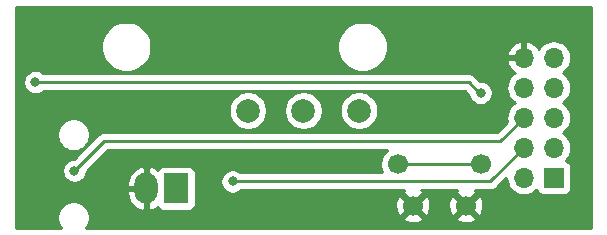
<source format=gbl>
G04 #@! TF.GenerationSoftware,KiCad,Pcbnew,(5.1.0)-1*
G04 #@! TF.CreationDate,2019-04-11T16:44:05+05:30*
G04 #@! TF.ProjectId,senseBe_rev3_daughter,73656e73-6542-4655-9f72-6576335f6461,rev?*
G04 #@! TF.SameCoordinates,Original*
G04 #@! TF.FileFunction,Copper,L2,Bot*
G04 #@! TF.FilePolarity,Positive*
%FSLAX46Y46*%
G04 Gerber Fmt 4.6, Leading zero omitted, Abs format (unit mm)*
G04 Created by KiCad (PCBNEW (5.1.0)-1) date 2019-04-11 16:44:05*
%MOMM*%
%LPD*%
G04 APERTURE LIST*
%ADD10R,1.700000X1.700000*%
%ADD11O,1.700000X1.700000*%
%ADD12C,2.000000*%
%ADD13O,2.000000X2.600000*%
%ADD14R,2.000000X2.600000*%
%ADD15C,1.700000*%
%ADD16C,0.800000*%
%ADD17C,0.250000*%
%ADD18C,0.254000*%
G04 APERTURE END LIST*
D10*
X56200000Y-25100000D03*
D11*
X53660000Y-25100000D03*
X56200000Y-22560000D03*
X53660000Y-22560000D03*
X56200000Y-20020000D03*
X53660000Y-20020000D03*
X56200000Y-17480000D03*
X53660000Y-17480000D03*
X56200000Y-14940000D03*
X53660000Y-14940000D03*
D12*
X35000000Y-19400000D03*
X30300000Y-19400000D03*
X39700000Y-19400000D03*
D13*
X21700000Y-26000000D03*
D14*
X24240000Y-26000000D03*
D15*
X44250000Y-27450000D03*
X48750000Y-27450000D03*
X43000000Y-23950000D03*
X50000000Y-23950000D03*
D16*
X33000000Y-13000000D03*
X12300000Y-17000000D03*
X50000000Y-17900000D03*
X29000000Y-25400000D03*
X15600000Y-24500000D03*
D17*
X43000000Y-23950000D02*
X50000000Y-23950000D01*
X12300000Y-17000000D02*
X49000000Y-17000000D01*
X49000000Y-17000000D02*
X49900000Y-17900000D01*
X49900000Y-17900000D02*
X50000000Y-17900000D01*
X53660000Y-22560000D02*
X50820000Y-25400000D01*
X50820000Y-25400000D02*
X29000000Y-25400000D01*
X15600000Y-24500000D02*
X18100000Y-22000000D01*
X51680000Y-22000000D02*
X53660000Y-20020000D01*
X18100000Y-22000000D02*
X51680000Y-22000000D01*
D18*
G36*
X59340000Y-29340000D02*
G01*
X16625059Y-29340000D01*
X16775371Y-29115043D01*
X16879775Y-28862989D01*
X16933000Y-28595411D01*
X16933000Y-28478397D01*
X43401208Y-28478397D01*
X43478843Y-28727472D01*
X43742883Y-28853371D01*
X44026411Y-28925339D01*
X44318531Y-28940611D01*
X44608019Y-28898599D01*
X44883747Y-28800919D01*
X45021157Y-28727472D01*
X45098792Y-28478397D01*
X47901208Y-28478397D01*
X47978843Y-28727472D01*
X48242883Y-28853371D01*
X48526411Y-28925339D01*
X48818531Y-28940611D01*
X49108019Y-28898599D01*
X49383747Y-28800919D01*
X49521157Y-28727472D01*
X49598792Y-28478397D01*
X48750000Y-27629605D01*
X47901208Y-28478397D01*
X45098792Y-28478397D01*
X44250000Y-27629605D01*
X43401208Y-28478397D01*
X16933000Y-28478397D01*
X16933000Y-28322589D01*
X16879775Y-28055011D01*
X16775371Y-27802957D01*
X16623799Y-27576114D01*
X16430886Y-27383201D01*
X16204043Y-27231629D01*
X15951989Y-27127225D01*
X15684411Y-27074000D01*
X15411589Y-27074000D01*
X15144011Y-27127225D01*
X14891957Y-27231629D01*
X14665114Y-27383201D01*
X14472201Y-27576114D01*
X14320629Y-27802957D01*
X14216225Y-28055011D01*
X14163000Y-28322589D01*
X14163000Y-28595411D01*
X14216225Y-28862989D01*
X14320629Y-29115043D01*
X14470941Y-29340000D01*
X10660000Y-29340000D01*
X10660000Y-26127000D01*
X20065000Y-26127000D01*
X20065000Y-26427000D01*
X20121193Y-26743532D01*
X20238058Y-27043020D01*
X20411105Y-27313954D01*
X20633683Y-27545922D01*
X20897239Y-27730010D01*
X21191645Y-27859144D01*
X21319566Y-27890124D01*
X21573000Y-27770777D01*
X21573000Y-26127000D01*
X20065000Y-26127000D01*
X10660000Y-26127000D01*
X10660000Y-25573000D01*
X20065000Y-25573000D01*
X20065000Y-25873000D01*
X21573000Y-25873000D01*
X21573000Y-24229223D01*
X21827000Y-24229223D01*
X21827000Y-25873000D01*
X21847000Y-25873000D01*
X21847000Y-26127000D01*
X21827000Y-26127000D01*
X21827000Y-27770777D01*
X22080434Y-27890124D01*
X22208355Y-27859144D01*
X22502761Y-27730010D01*
X22682662Y-27604353D01*
X22709463Y-27654494D01*
X22788815Y-27751185D01*
X22885506Y-27830537D01*
X22995820Y-27889502D01*
X23115518Y-27925812D01*
X23240000Y-27938072D01*
X25240000Y-27938072D01*
X25364482Y-27925812D01*
X25484180Y-27889502D01*
X25594494Y-27830537D01*
X25691185Y-27751185D01*
X25770537Y-27654494D01*
X25829502Y-27544180D01*
X25837282Y-27518531D01*
X42759389Y-27518531D01*
X42801401Y-27808019D01*
X42899081Y-28083747D01*
X42972528Y-28221157D01*
X43221603Y-28298792D01*
X44070395Y-27450000D01*
X44429605Y-27450000D01*
X45278397Y-28298792D01*
X45527472Y-28221157D01*
X45653371Y-27957117D01*
X45725339Y-27673589D01*
X45733445Y-27518531D01*
X47259389Y-27518531D01*
X47301401Y-27808019D01*
X47399081Y-28083747D01*
X47472528Y-28221157D01*
X47721603Y-28298792D01*
X48570395Y-27450000D01*
X48929605Y-27450000D01*
X49778397Y-28298792D01*
X50027472Y-28221157D01*
X50153371Y-27957117D01*
X50225339Y-27673589D01*
X50240611Y-27381469D01*
X50198599Y-27091981D01*
X50100919Y-26816253D01*
X50027472Y-26678843D01*
X49778397Y-26601208D01*
X48929605Y-27450000D01*
X48570395Y-27450000D01*
X47721603Y-26601208D01*
X47472528Y-26678843D01*
X47346629Y-26942883D01*
X47274661Y-27226411D01*
X47259389Y-27518531D01*
X45733445Y-27518531D01*
X45740611Y-27381469D01*
X45698599Y-27091981D01*
X45600919Y-26816253D01*
X45527472Y-26678843D01*
X45278397Y-26601208D01*
X44429605Y-27450000D01*
X44070395Y-27450000D01*
X43221603Y-26601208D01*
X42972528Y-26678843D01*
X42846629Y-26942883D01*
X42774661Y-27226411D01*
X42759389Y-27518531D01*
X25837282Y-27518531D01*
X25865812Y-27424482D01*
X25878072Y-27300000D01*
X25878072Y-24700000D01*
X25865812Y-24575518D01*
X25829502Y-24455820D01*
X25770537Y-24345506D01*
X25691185Y-24248815D01*
X25594494Y-24169463D01*
X25484180Y-24110498D01*
X25364482Y-24074188D01*
X25240000Y-24061928D01*
X23240000Y-24061928D01*
X23115518Y-24074188D01*
X22995820Y-24110498D01*
X22885506Y-24169463D01*
X22788815Y-24248815D01*
X22709463Y-24345506D01*
X22682662Y-24395647D01*
X22502761Y-24269990D01*
X22208355Y-24140856D01*
X22080434Y-24109876D01*
X21827000Y-24229223D01*
X21573000Y-24229223D01*
X21319566Y-24109876D01*
X21191645Y-24140856D01*
X20897239Y-24269990D01*
X20633683Y-24454078D01*
X20411105Y-24686046D01*
X20238058Y-24956980D01*
X20121193Y-25256468D01*
X20065000Y-25573000D01*
X10660000Y-25573000D01*
X10660000Y-24398061D01*
X14565000Y-24398061D01*
X14565000Y-24601939D01*
X14604774Y-24801898D01*
X14682795Y-24990256D01*
X14796063Y-25159774D01*
X14940226Y-25303937D01*
X15109744Y-25417205D01*
X15298102Y-25495226D01*
X15498061Y-25535000D01*
X15701939Y-25535000D01*
X15901898Y-25495226D01*
X16090256Y-25417205D01*
X16259774Y-25303937D01*
X16403937Y-25159774D01*
X16517205Y-24990256D01*
X16595226Y-24801898D01*
X16635000Y-24601939D01*
X16635000Y-24539801D01*
X18414802Y-22760000D01*
X42108032Y-22760000D01*
X42053368Y-22796525D01*
X41846525Y-23003368D01*
X41684010Y-23246589D01*
X41572068Y-23516842D01*
X41515000Y-23803740D01*
X41515000Y-24096260D01*
X41572068Y-24383158D01*
X41678455Y-24640000D01*
X29703711Y-24640000D01*
X29659774Y-24596063D01*
X29490256Y-24482795D01*
X29301898Y-24404774D01*
X29101939Y-24365000D01*
X28898061Y-24365000D01*
X28698102Y-24404774D01*
X28509744Y-24482795D01*
X28340226Y-24596063D01*
X28196063Y-24740226D01*
X28082795Y-24909744D01*
X28004774Y-25098102D01*
X27965000Y-25298061D01*
X27965000Y-25501939D01*
X28004774Y-25701898D01*
X28082795Y-25890256D01*
X28196063Y-26059774D01*
X28340226Y-26203937D01*
X28509744Y-26317205D01*
X28698102Y-26395226D01*
X28898061Y-26435000D01*
X29101939Y-26435000D01*
X29301898Y-26395226D01*
X29490256Y-26317205D01*
X29659774Y-26203937D01*
X29703711Y-26160000D01*
X43502281Y-26160000D01*
X43478843Y-26172528D01*
X43401208Y-26421603D01*
X44250000Y-27270395D01*
X45098792Y-26421603D01*
X45021157Y-26172528D01*
X44994883Y-26160000D01*
X48002281Y-26160000D01*
X47978843Y-26172528D01*
X47901208Y-26421603D01*
X48750000Y-27270395D01*
X49598792Y-26421603D01*
X49521157Y-26172528D01*
X49494883Y-26160000D01*
X50782678Y-26160000D01*
X50820000Y-26163676D01*
X50857322Y-26160000D01*
X50857333Y-26160000D01*
X50968986Y-26149003D01*
X51112247Y-26105546D01*
X51244276Y-26034974D01*
X51360001Y-25940001D01*
X51383804Y-25910997D01*
X52170235Y-25124567D01*
X52196487Y-25391111D01*
X52281401Y-25671034D01*
X52419294Y-25929014D01*
X52604866Y-26155134D01*
X52830986Y-26340706D01*
X53088966Y-26478599D01*
X53368889Y-26563513D01*
X53587050Y-26585000D01*
X53732950Y-26585000D01*
X53951111Y-26563513D01*
X54231034Y-26478599D01*
X54489014Y-26340706D01*
X54715134Y-26155134D01*
X54739607Y-26125313D01*
X54760498Y-26194180D01*
X54819463Y-26304494D01*
X54898815Y-26401185D01*
X54995506Y-26480537D01*
X55105820Y-26539502D01*
X55225518Y-26575812D01*
X55350000Y-26588072D01*
X57050000Y-26588072D01*
X57174482Y-26575812D01*
X57294180Y-26539502D01*
X57404494Y-26480537D01*
X57501185Y-26401185D01*
X57580537Y-26304494D01*
X57639502Y-26194180D01*
X57675812Y-26074482D01*
X57688072Y-25950000D01*
X57688072Y-24250000D01*
X57675812Y-24125518D01*
X57639502Y-24005820D01*
X57580537Y-23895506D01*
X57501185Y-23798815D01*
X57404494Y-23719463D01*
X57294180Y-23660498D01*
X57225313Y-23639607D01*
X57255134Y-23615134D01*
X57440706Y-23389014D01*
X57578599Y-23131034D01*
X57663513Y-22851111D01*
X57692185Y-22560000D01*
X57663513Y-22268889D01*
X57578599Y-21988966D01*
X57440706Y-21730986D01*
X57255134Y-21504866D01*
X57029014Y-21319294D01*
X56974209Y-21290000D01*
X57029014Y-21260706D01*
X57255134Y-21075134D01*
X57440706Y-20849014D01*
X57578599Y-20591034D01*
X57663513Y-20311111D01*
X57692185Y-20020000D01*
X57663513Y-19728889D01*
X57578599Y-19448966D01*
X57440706Y-19190986D01*
X57255134Y-18964866D01*
X57029014Y-18779294D01*
X56974209Y-18750000D01*
X57029014Y-18720706D01*
X57255134Y-18535134D01*
X57440706Y-18309014D01*
X57578599Y-18051034D01*
X57663513Y-17771111D01*
X57692185Y-17480000D01*
X57663513Y-17188889D01*
X57578599Y-16908966D01*
X57440706Y-16650986D01*
X57255134Y-16424866D01*
X57029014Y-16239294D01*
X56974209Y-16210000D01*
X57029014Y-16180706D01*
X57255134Y-15995134D01*
X57440706Y-15769014D01*
X57578599Y-15511034D01*
X57663513Y-15231111D01*
X57692185Y-14940000D01*
X57663513Y-14648889D01*
X57578599Y-14368966D01*
X57440706Y-14110986D01*
X57255134Y-13884866D01*
X57029014Y-13699294D01*
X56771034Y-13561401D01*
X56491111Y-13476487D01*
X56272950Y-13455000D01*
X56127050Y-13455000D01*
X55908889Y-13476487D01*
X55628966Y-13561401D01*
X55370986Y-13699294D01*
X55144866Y-13884866D01*
X54959294Y-14110986D01*
X54928416Y-14168756D01*
X54757588Y-13939731D01*
X54541355Y-13744822D01*
X54291252Y-13595843D01*
X54016891Y-13498519D01*
X53787000Y-13619186D01*
X53787000Y-14813000D01*
X53807000Y-14813000D01*
X53807000Y-15067000D01*
X53787000Y-15067000D01*
X53787000Y-15087000D01*
X53533000Y-15087000D01*
X53533000Y-15067000D01*
X52339845Y-15067000D01*
X52218524Y-15296890D01*
X52263175Y-15444099D01*
X52388359Y-15706920D01*
X52562412Y-15940269D01*
X52778645Y-16135178D01*
X52895523Y-16204799D01*
X52830986Y-16239294D01*
X52604866Y-16424866D01*
X52419294Y-16650986D01*
X52281401Y-16908966D01*
X52196487Y-17188889D01*
X52167815Y-17480000D01*
X52196487Y-17771111D01*
X52281401Y-18051034D01*
X52419294Y-18309014D01*
X52604866Y-18535134D01*
X52830986Y-18720706D01*
X52885791Y-18750000D01*
X52830986Y-18779294D01*
X52604866Y-18964866D01*
X52419294Y-19190986D01*
X52281401Y-19448966D01*
X52196487Y-19728889D01*
X52167815Y-20020000D01*
X52196487Y-20311111D01*
X52219203Y-20385995D01*
X51365199Y-21240000D01*
X18137323Y-21240000D01*
X18100000Y-21236324D01*
X18062677Y-21240000D01*
X18062667Y-21240000D01*
X17951014Y-21250997D01*
X17807753Y-21294454D01*
X17675723Y-21365026D01*
X17634815Y-21398599D01*
X17559999Y-21459999D01*
X17536201Y-21488997D01*
X15560199Y-23465000D01*
X15498061Y-23465000D01*
X15298102Y-23504774D01*
X15109744Y-23582795D01*
X14940226Y-23696063D01*
X14796063Y-23840226D01*
X14682795Y-24009744D01*
X14604774Y-24198102D01*
X14565000Y-24398061D01*
X10660000Y-24398061D01*
X10660000Y-21322589D01*
X14163000Y-21322589D01*
X14163000Y-21595411D01*
X14216225Y-21862989D01*
X14320629Y-22115043D01*
X14472201Y-22341886D01*
X14665114Y-22534799D01*
X14891957Y-22686371D01*
X15144011Y-22790775D01*
X15411589Y-22844000D01*
X15684411Y-22844000D01*
X15951989Y-22790775D01*
X16204043Y-22686371D01*
X16430886Y-22534799D01*
X16623799Y-22341886D01*
X16775371Y-22115043D01*
X16879775Y-21862989D01*
X16933000Y-21595411D01*
X16933000Y-21322589D01*
X16879775Y-21055011D01*
X16775371Y-20802957D01*
X16623799Y-20576114D01*
X16430886Y-20383201D01*
X16204043Y-20231629D01*
X15951989Y-20127225D01*
X15684411Y-20074000D01*
X15411589Y-20074000D01*
X15144011Y-20127225D01*
X14891957Y-20231629D01*
X14665114Y-20383201D01*
X14472201Y-20576114D01*
X14320629Y-20802957D01*
X14216225Y-21055011D01*
X14163000Y-21322589D01*
X10660000Y-21322589D01*
X10660000Y-19238967D01*
X28665000Y-19238967D01*
X28665000Y-19561033D01*
X28727832Y-19876912D01*
X28851082Y-20174463D01*
X29030013Y-20442252D01*
X29257748Y-20669987D01*
X29525537Y-20848918D01*
X29823088Y-20972168D01*
X30138967Y-21035000D01*
X30461033Y-21035000D01*
X30776912Y-20972168D01*
X31074463Y-20848918D01*
X31342252Y-20669987D01*
X31569987Y-20442252D01*
X31748918Y-20174463D01*
X31872168Y-19876912D01*
X31935000Y-19561033D01*
X31935000Y-19238967D01*
X33365000Y-19238967D01*
X33365000Y-19561033D01*
X33427832Y-19876912D01*
X33551082Y-20174463D01*
X33730013Y-20442252D01*
X33957748Y-20669987D01*
X34225537Y-20848918D01*
X34523088Y-20972168D01*
X34838967Y-21035000D01*
X35161033Y-21035000D01*
X35476912Y-20972168D01*
X35774463Y-20848918D01*
X36042252Y-20669987D01*
X36269987Y-20442252D01*
X36448918Y-20174463D01*
X36572168Y-19876912D01*
X36635000Y-19561033D01*
X36635000Y-19238967D01*
X38065000Y-19238967D01*
X38065000Y-19561033D01*
X38127832Y-19876912D01*
X38251082Y-20174463D01*
X38430013Y-20442252D01*
X38657748Y-20669987D01*
X38925537Y-20848918D01*
X39223088Y-20972168D01*
X39538967Y-21035000D01*
X39861033Y-21035000D01*
X40176912Y-20972168D01*
X40474463Y-20848918D01*
X40742252Y-20669987D01*
X40969987Y-20442252D01*
X41148918Y-20174463D01*
X41272168Y-19876912D01*
X41335000Y-19561033D01*
X41335000Y-19238967D01*
X41272168Y-18923088D01*
X41148918Y-18625537D01*
X40969987Y-18357748D01*
X40742252Y-18130013D01*
X40474463Y-17951082D01*
X40176912Y-17827832D01*
X39861033Y-17765000D01*
X39538967Y-17765000D01*
X39223088Y-17827832D01*
X38925537Y-17951082D01*
X38657748Y-18130013D01*
X38430013Y-18357748D01*
X38251082Y-18625537D01*
X38127832Y-18923088D01*
X38065000Y-19238967D01*
X36635000Y-19238967D01*
X36572168Y-18923088D01*
X36448918Y-18625537D01*
X36269987Y-18357748D01*
X36042252Y-18130013D01*
X35774463Y-17951082D01*
X35476912Y-17827832D01*
X35161033Y-17765000D01*
X34838967Y-17765000D01*
X34523088Y-17827832D01*
X34225537Y-17951082D01*
X33957748Y-18130013D01*
X33730013Y-18357748D01*
X33551082Y-18625537D01*
X33427832Y-18923088D01*
X33365000Y-19238967D01*
X31935000Y-19238967D01*
X31872168Y-18923088D01*
X31748918Y-18625537D01*
X31569987Y-18357748D01*
X31342252Y-18130013D01*
X31074463Y-17951082D01*
X30776912Y-17827832D01*
X30461033Y-17765000D01*
X30138967Y-17765000D01*
X29823088Y-17827832D01*
X29525537Y-17951082D01*
X29257748Y-18130013D01*
X29030013Y-18357748D01*
X28851082Y-18625537D01*
X28727832Y-18923088D01*
X28665000Y-19238967D01*
X10660000Y-19238967D01*
X10660000Y-16898061D01*
X11265000Y-16898061D01*
X11265000Y-17101939D01*
X11304774Y-17301898D01*
X11382795Y-17490256D01*
X11496063Y-17659774D01*
X11640226Y-17803937D01*
X11809744Y-17917205D01*
X11998102Y-17995226D01*
X12198061Y-18035000D01*
X12401939Y-18035000D01*
X12601898Y-17995226D01*
X12790256Y-17917205D01*
X12959774Y-17803937D01*
X13003711Y-17760000D01*
X48685199Y-17760000D01*
X48974401Y-18049203D01*
X49004774Y-18201898D01*
X49082795Y-18390256D01*
X49196063Y-18559774D01*
X49340226Y-18703937D01*
X49509744Y-18817205D01*
X49698102Y-18895226D01*
X49898061Y-18935000D01*
X50101939Y-18935000D01*
X50301898Y-18895226D01*
X50490256Y-18817205D01*
X50659774Y-18703937D01*
X50803937Y-18559774D01*
X50917205Y-18390256D01*
X50995226Y-18201898D01*
X51035000Y-18001939D01*
X51035000Y-17798061D01*
X50995226Y-17598102D01*
X50917205Y-17409744D01*
X50803937Y-17240226D01*
X50659774Y-17096063D01*
X50490256Y-16982795D01*
X50301898Y-16904774D01*
X50101939Y-16865000D01*
X49939801Y-16865000D01*
X49563803Y-16489002D01*
X49540001Y-16459999D01*
X49424276Y-16365026D01*
X49292247Y-16294454D01*
X49148986Y-16250997D01*
X49037333Y-16240000D01*
X49037322Y-16240000D01*
X49000000Y-16236324D01*
X48962678Y-16240000D01*
X13003711Y-16240000D01*
X12959774Y-16196063D01*
X12790256Y-16082795D01*
X12601898Y-16004774D01*
X12401939Y-15965000D01*
X12198061Y-15965000D01*
X11998102Y-16004774D01*
X11809744Y-16082795D01*
X11640226Y-16196063D01*
X11496063Y-16340226D01*
X11382795Y-16509744D01*
X11304774Y-16698102D01*
X11265000Y-16898061D01*
X10660000Y-16898061D01*
X10660000Y-13789721D01*
X17865000Y-13789721D01*
X17865000Y-14210279D01*
X17947047Y-14622756D01*
X18107988Y-15011302D01*
X18341637Y-15360983D01*
X18639017Y-15658363D01*
X18988698Y-15892012D01*
X19377244Y-16052953D01*
X19789721Y-16135000D01*
X20210279Y-16135000D01*
X20622756Y-16052953D01*
X21011302Y-15892012D01*
X21360983Y-15658363D01*
X21658363Y-15360983D01*
X21892012Y-15011302D01*
X22052953Y-14622756D01*
X22135000Y-14210279D01*
X22135000Y-13789721D01*
X37865000Y-13789721D01*
X37865000Y-14210279D01*
X37947047Y-14622756D01*
X38107988Y-15011302D01*
X38341637Y-15360983D01*
X38639017Y-15658363D01*
X38988698Y-15892012D01*
X39377244Y-16052953D01*
X39789721Y-16135000D01*
X40210279Y-16135000D01*
X40622756Y-16052953D01*
X41011302Y-15892012D01*
X41360983Y-15658363D01*
X41658363Y-15360983D01*
X41892012Y-15011302D01*
X42052953Y-14622756D01*
X42060839Y-14583110D01*
X52218524Y-14583110D01*
X52339845Y-14813000D01*
X53533000Y-14813000D01*
X53533000Y-13619186D01*
X53303109Y-13498519D01*
X53028748Y-13595843D01*
X52778645Y-13744822D01*
X52562412Y-13939731D01*
X52388359Y-14173080D01*
X52263175Y-14435901D01*
X52218524Y-14583110D01*
X42060839Y-14583110D01*
X42135000Y-14210279D01*
X42135000Y-13789721D01*
X42052953Y-13377244D01*
X41892012Y-12988698D01*
X41658363Y-12639017D01*
X41360983Y-12341637D01*
X41011302Y-12107988D01*
X40622756Y-11947047D01*
X40210279Y-11865000D01*
X39789721Y-11865000D01*
X39377244Y-11947047D01*
X38988698Y-12107988D01*
X38639017Y-12341637D01*
X38341637Y-12639017D01*
X38107988Y-12988698D01*
X37947047Y-13377244D01*
X37865000Y-13789721D01*
X22135000Y-13789721D01*
X22052953Y-13377244D01*
X21892012Y-12988698D01*
X21658363Y-12639017D01*
X21360983Y-12341637D01*
X21011302Y-12107988D01*
X20622756Y-11947047D01*
X20210279Y-11865000D01*
X19789721Y-11865000D01*
X19377244Y-11947047D01*
X18988698Y-12107988D01*
X18639017Y-12341637D01*
X18341637Y-12639017D01*
X18107988Y-12988698D01*
X17947047Y-13377244D01*
X17865000Y-13789721D01*
X10660000Y-13789721D01*
X10660000Y-10660000D01*
X59340001Y-10660000D01*
X59340000Y-29340000D01*
X59340000Y-29340000D01*
G37*
X59340000Y-29340000D02*
X16625059Y-29340000D01*
X16775371Y-29115043D01*
X16879775Y-28862989D01*
X16933000Y-28595411D01*
X16933000Y-28478397D01*
X43401208Y-28478397D01*
X43478843Y-28727472D01*
X43742883Y-28853371D01*
X44026411Y-28925339D01*
X44318531Y-28940611D01*
X44608019Y-28898599D01*
X44883747Y-28800919D01*
X45021157Y-28727472D01*
X45098792Y-28478397D01*
X47901208Y-28478397D01*
X47978843Y-28727472D01*
X48242883Y-28853371D01*
X48526411Y-28925339D01*
X48818531Y-28940611D01*
X49108019Y-28898599D01*
X49383747Y-28800919D01*
X49521157Y-28727472D01*
X49598792Y-28478397D01*
X48750000Y-27629605D01*
X47901208Y-28478397D01*
X45098792Y-28478397D01*
X44250000Y-27629605D01*
X43401208Y-28478397D01*
X16933000Y-28478397D01*
X16933000Y-28322589D01*
X16879775Y-28055011D01*
X16775371Y-27802957D01*
X16623799Y-27576114D01*
X16430886Y-27383201D01*
X16204043Y-27231629D01*
X15951989Y-27127225D01*
X15684411Y-27074000D01*
X15411589Y-27074000D01*
X15144011Y-27127225D01*
X14891957Y-27231629D01*
X14665114Y-27383201D01*
X14472201Y-27576114D01*
X14320629Y-27802957D01*
X14216225Y-28055011D01*
X14163000Y-28322589D01*
X14163000Y-28595411D01*
X14216225Y-28862989D01*
X14320629Y-29115043D01*
X14470941Y-29340000D01*
X10660000Y-29340000D01*
X10660000Y-26127000D01*
X20065000Y-26127000D01*
X20065000Y-26427000D01*
X20121193Y-26743532D01*
X20238058Y-27043020D01*
X20411105Y-27313954D01*
X20633683Y-27545922D01*
X20897239Y-27730010D01*
X21191645Y-27859144D01*
X21319566Y-27890124D01*
X21573000Y-27770777D01*
X21573000Y-26127000D01*
X20065000Y-26127000D01*
X10660000Y-26127000D01*
X10660000Y-25573000D01*
X20065000Y-25573000D01*
X20065000Y-25873000D01*
X21573000Y-25873000D01*
X21573000Y-24229223D01*
X21827000Y-24229223D01*
X21827000Y-25873000D01*
X21847000Y-25873000D01*
X21847000Y-26127000D01*
X21827000Y-26127000D01*
X21827000Y-27770777D01*
X22080434Y-27890124D01*
X22208355Y-27859144D01*
X22502761Y-27730010D01*
X22682662Y-27604353D01*
X22709463Y-27654494D01*
X22788815Y-27751185D01*
X22885506Y-27830537D01*
X22995820Y-27889502D01*
X23115518Y-27925812D01*
X23240000Y-27938072D01*
X25240000Y-27938072D01*
X25364482Y-27925812D01*
X25484180Y-27889502D01*
X25594494Y-27830537D01*
X25691185Y-27751185D01*
X25770537Y-27654494D01*
X25829502Y-27544180D01*
X25837282Y-27518531D01*
X42759389Y-27518531D01*
X42801401Y-27808019D01*
X42899081Y-28083747D01*
X42972528Y-28221157D01*
X43221603Y-28298792D01*
X44070395Y-27450000D01*
X44429605Y-27450000D01*
X45278397Y-28298792D01*
X45527472Y-28221157D01*
X45653371Y-27957117D01*
X45725339Y-27673589D01*
X45733445Y-27518531D01*
X47259389Y-27518531D01*
X47301401Y-27808019D01*
X47399081Y-28083747D01*
X47472528Y-28221157D01*
X47721603Y-28298792D01*
X48570395Y-27450000D01*
X48929605Y-27450000D01*
X49778397Y-28298792D01*
X50027472Y-28221157D01*
X50153371Y-27957117D01*
X50225339Y-27673589D01*
X50240611Y-27381469D01*
X50198599Y-27091981D01*
X50100919Y-26816253D01*
X50027472Y-26678843D01*
X49778397Y-26601208D01*
X48929605Y-27450000D01*
X48570395Y-27450000D01*
X47721603Y-26601208D01*
X47472528Y-26678843D01*
X47346629Y-26942883D01*
X47274661Y-27226411D01*
X47259389Y-27518531D01*
X45733445Y-27518531D01*
X45740611Y-27381469D01*
X45698599Y-27091981D01*
X45600919Y-26816253D01*
X45527472Y-26678843D01*
X45278397Y-26601208D01*
X44429605Y-27450000D01*
X44070395Y-27450000D01*
X43221603Y-26601208D01*
X42972528Y-26678843D01*
X42846629Y-26942883D01*
X42774661Y-27226411D01*
X42759389Y-27518531D01*
X25837282Y-27518531D01*
X25865812Y-27424482D01*
X25878072Y-27300000D01*
X25878072Y-24700000D01*
X25865812Y-24575518D01*
X25829502Y-24455820D01*
X25770537Y-24345506D01*
X25691185Y-24248815D01*
X25594494Y-24169463D01*
X25484180Y-24110498D01*
X25364482Y-24074188D01*
X25240000Y-24061928D01*
X23240000Y-24061928D01*
X23115518Y-24074188D01*
X22995820Y-24110498D01*
X22885506Y-24169463D01*
X22788815Y-24248815D01*
X22709463Y-24345506D01*
X22682662Y-24395647D01*
X22502761Y-24269990D01*
X22208355Y-24140856D01*
X22080434Y-24109876D01*
X21827000Y-24229223D01*
X21573000Y-24229223D01*
X21319566Y-24109876D01*
X21191645Y-24140856D01*
X20897239Y-24269990D01*
X20633683Y-24454078D01*
X20411105Y-24686046D01*
X20238058Y-24956980D01*
X20121193Y-25256468D01*
X20065000Y-25573000D01*
X10660000Y-25573000D01*
X10660000Y-24398061D01*
X14565000Y-24398061D01*
X14565000Y-24601939D01*
X14604774Y-24801898D01*
X14682795Y-24990256D01*
X14796063Y-25159774D01*
X14940226Y-25303937D01*
X15109744Y-25417205D01*
X15298102Y-25495226D01*
X15498061Y-25535000D01*
X15701939Y-25535000D01*
X15901898Y-25495226D01*
X16090256Y-25417205D01*
X16259774Y-25303937D01*
X16403937Y-25159774D01*
X16517205Y-24990256D01*
X16595226Y-24801898D01*
X16635000Y-24601939D01*
X16635000Y-24539801D01*
X18414802Y-22760000D01*
X42108032Y-22760000D01*
X42053368Y-22796525D01*
X41846525Y-23003368D01*
X41684010Y-23246589D01*
X41572068Y-23516842D01*
X41515000Y-23803740D01*
X41515000Y-24096260D01*
X41572068Y-24383158D01*
X41678455Y-24640000D01*
X29703711Y-24640000D01*
X29659774Y-24596063D01*
X29490256Y-24482795D01*
X29301898Y-24404774D01*
X29101939Y-24365000D01*
X28898061Y-24365000D01*
X28698102Y-24404774D01*
X28509744Y-24482795D01*
X28340226Y-24596063D01*
X28196063Y-24740226D01*
X28082795Y-24909744D01*
X28004774Y-25098102D01*
X27965000Y-25298061D01*
X27965000Y-25501939D01*
X28004774Y-25701898D01*
X28082795Y-25890256D01*
X28196063Y-26059774D01*
X28340226Y-26203937D01*
X28509744Y-26317205D01*
X28698102Y-26395226D01*
X28898061Y-26435000D01*
X29101939Y-26435000D01*
X29301898Y-26395226D01*
X29490256Y-26317205D01*
X29659774Y-26203937D01*
X29703711Y-26160000D01*
X43502281Y-26160000D01*
X43478843Y-26172528D01*
X43401208Y-26421603D01*
X44250000Y-27270395D01*
X45098792Y-26421603D01*
X45021157Y-26172528D01*
X44994883Y-26160000D01*
X48002281Y-26160000D01*
X47978843Y-26172528D01*
X47901208Y-26421603D01*
X48750000Y-27270395D01*
X49598792Y-26421603D01*
X49521157Y-26172528D01*
X49494883Y-26160000D01*
X50782678Y-26160000D01*
X50820000Y-26163676D01*
X50857322Y-26160000D01*
X50857333Y-26160000D01*
X50968986Y-26149003D01*
X51112247Y-26105546D01*
X51244276Y-26034974D01*
X51360001Y-25940001D01*
X51383804Y-25910997D01*
X52170235Y-25124567D01*
X52196487Y-25391111D01*
X52281401Y-25671034D01*
X52419294Y-25929014D01*
X52604866Y-26155134D01*
X52830986Y-26340706D01*
X53088966Y-26478599D01*
X53368889Y-26563513D01*
X53587050Y-26585000D01*
X53732950Y-26585000D01*
X53951111Y-26563513D01*
X54231034Y-26478599D01*
X54489014Y-26340706D01*
X54715134Y-26155134D01*
X54739607Y-26125313D01*
X54760498Y-26194180D01*
X54819463Y-26304494D01*
X54898815Y-26401185D01*
X54995506Y-26480537D01*
X55105820Y-26539502D01*
X55225518Y-26575812D01*
X55350000Y-26588072D01*
X57050000Y-26588072D01*
X57174482Y-26575812D01*
X57294180Y-26539502D01*
X57404494Y-26480537D01*
X57501185Y-26401185D01*
X57580537Y-26304494D01*
X57639502Y-26194180D01*
X57675812Y-26074482D01*
X57688072Y-25950000D01*
X57688072Y-24250000D01*
X57675812Y-24125518D01*
X57639502Y-24005820D01*
X57580537Y-23895506D01*
X57501185Y-23798815D01*
X57404494Y-23719463D01*
X57294180Y-23660498D01*
X57225313Y-23639607D01*
X57255134Y-23615134D01*
X57440706Y-23389014D01*
X57578599Y-23131034D01*
X57663513Y-22851111D01*
X57692185Y-22560000D01*
X57663513Y-22268889D01*
X57578599Y-21988966D01*
X57440706Y-21730986D01*
X57255134Y-21504866D01*
X57029014Y-21319294D01*
X56974209Y-21290000D01*
X57029014Y-21260706D01*
X57255134Y-21075134D01*
X57440706Y-20849014D01*
X57578599Y-20591034D01*
X57663513Y-20311111D01*
X57692185Y-20020000D01*
X57663513Y-19728889D01*
X57578599Y-19448966D01*
X57440706Y-19190986D01*
X57255134Y-18964866D01*
X57029014Y-18779294D01*
X56974209Y-18750000D01*
X57029014Y-18720706D01*
X57255134Y-18535134D01*
X57440706Y-18309014D01*
X57578599Y-18051034D01*
X57663513Y-17771111D01*
X57692185Y-17480000D01*
X57663513Y-17188889D01*
X57578599Y-16908966D01*
X57440706Y-16650986D01*
X57255134Y-16424866D01*
X57029014Y-16239294D01*
X56974209Y-16210000D01*
X57029014Y-16180706D01*
X57255134Y-15995134D01*
X57440706Y-15769014D01*
X57578599Y-15511034D01*
X57663513Y-15231111D01*
X57692185Y-14940000D01*
X57663513Y-14648889D01*
X57578599Y-14368966D01*
X57440706Y-14110986D01*
X57255134Y-13884866D01*
X57029014Y-13699294D01*
X56771034Y-13561401D01*
X56491111Y-13476487D01*
X56272950Y-13455000D01*
X56127050Y-13455000D01*
X55908889Y-13476487D01*
X55628966Y-13561401D01*
X55370986Y-13699294D01*
X55144866Y-13884866D01*
X54959294Y-14110986D01*
X54928416Y-14168756D01*
X54757588Y-13939731D01*
X54541355Y-13744822D01*
X54291252Y-13595843D01*
X54016891Y-13498519D01*
X53787000Y-13619186D01*
X53787000Y-14813000D01*
X53807000Y-14813000D01*
X53807000Y-15067000D01*
X53787000Y-15067000D01*
X53787000Y-15087000D01*
X53533000Y-15087000D01*
X53533000Y-15067000D01*
X52339845Y-15067000D01*
X52218524Y-15296890D01*
X52263175Y-15444099D01*
X52388359Y-15706920D01*
X52562412Y-15940269D01*
X52778645Y-16135178D01*
X52895523Y-16204799D01*
X52830986Y-16239294D01*
X52604866Y-16424866D01*
X52419294Y-16650986D01*
X52281401Y-16908966D01*
X52196487Y-17188889D01*
X52167815Y-17480000D01*
X52196487Y-17771111D01*
X52281401Y-18051034D01*
X52419294Y-18309014D01*
X52604866Y-18535134D01*
X52830986Y-18720706D01*
X52885791Y-18750000D01*
X52830986Y-18779294D01*
X52604866Y-18964866D01*
X52419294Y-19190986D01*
X52281401Y-19448966D01*
X52196487Y-19728889D01*
X52167815Y-20020000D01*
X52196487Y-20311111D01*
X52219203Y-20385995D01*
X51365199Y-21240000D01*
X18137323Y-21240000D01*
X18100000Y-21236324D01*
X18062677Y-21240000D01*
X18062667Y-21240000D01*
X17951014Y-21250997D01*
X17807753Y-21294454D01*
X17675723Y-21365026D01*
X17634815Y-21398599D01*
X17559999Y-21459999D01*
X17536201Y-21488997D01*
X15560199Y-23465000D01*
X15498061Y-23465000D01*
X15298102Y-23504774D01*
X15109744Y-23582795D01*
X14940226Y-23696063D01*
X14796063Y-23840226D01*
X14682795Y-24009744D01*
X14604774Y-24198102D01*
X14565000Y-24398061D01*
X10660000Y-24398061D01*
X10660000Y-21322589D01*
X14163000Y-21322589D01*
X14163000Y-21595411D01*
X14216225Y-21862989D01*
X14320629Y-22115043D01*
X14472201Y-22341886D01*
X14665114Y-22534799D01*
X14891957Y-22686371D01*
X15144011Y-22790775D01*
X15411589Y-22844000D01*
X15684411Y-22844000D01*
X15951989Y-22790775D01*
X16204043Y-22686371D01*
X16430886Y-22534799D01*
X16623799Y-22341886D01*
X16775371Y-22115043D01*
X16879775Y-21862989D01*
X16933000Y-21595411D01*
X16933000Y-21322589D01*
X16879775Y-21055011D01*
X16775371Y-20802957D01*
X16623799Y-20576114D01*
X16430886Y-20383201D01*
X16204043Y-20231629D01*
X15951989Y-20127225D01*
X15684411Y-20074000D01*
X15411589Y-20074000D01*
X15144011Y-20127225D01*
X14891957Y-20231629D01*
X14665114Y-20383201D01*
X14472201Y-20576114D01*
X14320629Y-20802957D01*
X14216225Y-21055011D01*
X14163000Y-21322589D01*
X10660000Y-21322589D01*
X10660000Y-19238967D01*
X28665000Y-19238967D01*
X28665000Y-19561033D01*
X28727832Y-19876912D01*
X28851082Y-20174463D01*
X29030013Y-20442252D01*
X29257748Y-20669987D01*
X29525537Y-20848918D01*
X29823088Y-20972168D01*
X30138967Y-21035000D01*
X30461033Y-21035000D01*
X30776912Y-20972168D01*
X31074463Y-20848918D01*
X31342252Y-20669987D01*
X31569987Y-20442252D01*
X31748918Y-20174463D01*
X31872168Y-19876912D01*
X31935000Y-19561033D01*
X31935000Y-19238967D01*
X33365000Y-19238967D01*
X33365000Y-19561033D01*
X33427832Y-19876912D01*
X33551082Y-20174463D01*
X33730013Y-20442252D01*
X33957748Y-20669987D01*
X34225537Y-20848918D01*
X34523088Y-20972168D01*
X34838967Y-21035000D01*
X35161033Y-21035000D01*
X35476912Y-20972168D01*
X35774463Y-20848918D01*
X36042252Y-20669987D01*
X36269987Y-20442252D01*
X36448918Y-20174463D01*
X36572168Y-19876912D01*
X36635000Y-19561033D01*
X36635000Y-19238967D01*
X38065000Y-19238967D01*
X38065000Y-19561033D01*
X38127832Y-19876912D01*
X38251082Y-20174463D01*
X38430013Y-20442252D01*
X38657748Y-20669987D01*
X38925537Y-20848918D01*
X39223088Y-20972168D01*
X39538967Y-21035000D01*
X39861033Y-21035000D01*
X40176912Y-20972168D01*
X40474463Y-20848918D01*
X40742252Y-20669987D01*
X40969987Y-20442252D01*
X41148918Y-20174463D01*
X41272168Y-19876912D01*
X41335000Y-19561033D01*
X41335000Y-19238967D01*
X41272168Y-18923088D01*
X41148918Y-18625537D01*
X40969987Y-18357748D01*
X40742252Y-18130013D01*
X40474463Y-17951082D01*
X40176912Y-17827832D01*
X39861033Y-17765000D01*
X39538967Y-17765000D01*
X39223088Y-17827832D01*
X38925537Y-17951082D01*
X38657748Y-18130013D01*
X38430013Y-18357748D01*
X38251082Y-18625537D01*
X38127832Y-18923088D01*
X38065000Y-19238967D01*
X36635000Y-19238967D01*
X36572168Y-18923088D01*
X36448918Y-18625537D01*
X36269987Y-18357748D01*
X36042252Y-18130013D01*
X35774463Y-17951082D01*
X35476912Y-17827832D01*
X35161033Y-17765000D01*
X34838967Y-17765000D01*
X34523088Y-17827832D01*
X34225537Y-17951082D01*
X33957748Y-18130013D01*
X33730013Y-18357748D01*
X33551082Y-18625537D01*
X33427832Y-18923088D01*
X33365000Y-19238967D01*
X31935000Y-19238967D01*
X31872168Y-18923088D01*
X31748918Y-18625537D01*
X31569987Y-18357748D01*
X31342252Y-18130013D01*
X31074463Y-17951082D01*
X30776912Y-17827832D01*
X30461033Y-17765000D01*
X30138967Y-17765000D01*
X29823088Y-17827832D01*
X29525537Y-17951082D01*
X29257748Y-18130013D01*
X29030013Y-18357748D01*
X28851082Y-18625537D01*
X28727832Y-18923088D01*
X28665000Y-19238967D01*
X10660000Y-19238967D01*
X10660000Y-16898061D01*
X11265000Y-16898061D01*
X11265000Y-17101939D01*
X11304774Y-17301898D01*
X11382795Y-17490256D01*
X11496063Y-17659774D01*
X11640226Y-17803937D01*
X11809744Y-17917205D01*
X11998102Y-17995226D01*
X12198061Y-18035000D01*
X12401939Y-18035000D01*
X12601898Y-17995226D01*
X12790256Y-17917205D01*
X12959774Y-17803937D01*
X13003711Y-17760000D01*
X48685199Y-17760000D01*
X48974401Y-18049203D01*
X49004774Y-18201898D01*
X49082795Y-18390256D01*
X49196063Y-18559774D01*
X49340226Y-18703937D01*
X49509744Y-18817205D01*
X49698102Y-18895226D01*
X49898061Y-18935000D01*
X50101939Y-18935000D01*
X50301898Y-18895226D01*
X50490256Y-18817205D01*
X50659774Y-18703937D01*
X50803937Y-18559774D01*
X50917205Y-18390256D01*
X50995226Y-18201898D01*
X51035000Y-18001939D01*
X51035000Y-17798061D01*
X50995226Y-17598102D01*
X50917205Y-17409744D01*
X50803937Y-17240226D01*
X50659774Y-17096063D01*
X50490256Y-16982795D01*
X50301898Y-16904774D01*
X50101939Y-16865000D01*
X49939801Y-16865000D01*
X49563803Y-16489002D01*
X49540001Y-16459999D01*
X49424276Y-16365026D01*
X49292247Y-16294454D01*
X49148986Y-16250997D01*
X49037333Y-16240000D01*
X49037322Y-16240000D01*
X49000000Y-16236324D01*
X48962678Y-16240000D01*
X13003711Y-16240000D01*
X12959774Y-16196063D01*
X12790256Y-16082795D01*
X12601898Y-16004774D01*
X12401939Y-15965000D01*
X12198061Y-15965000D01*
X11998102Y-16004774D01*
X11809744Y-16082795D01*
X11640226Y-16196063D01*
X11496063Y-16340226D01*
X11382795Y-16509744D01*
X11304774Y-16698102D01*
X11265000Y-16898061D01*
X10660000Y-16898061D01*
X10660000Y-13789721D01*
X17865000Y-13789721D01*
X17865000Y-14210279D01*
X17947047Y-14622756D01*
X18107988Y-15011302D01*
X18341637Y-15360983D01*
X18639017Y-15658363D01*
X18988698Y-15892012D01*
X19377244Y-16052953D01*
X19789721Y-16135000D01*
X20210279Y-16135000D01*
X20622756Y-16052953D01*
X21011302Y-15892012D01*
X21360983Y-15658363D01*
X21658363Y-15360983D01*
X21892012Y-15011302D01*
X22052953Y-14622756D01*
X22135000Y-14210279D01*
X22135000Y-13789721D01*
X37865000Y-13789721D01*
X37865000Y-14210279D01*
X37947047Y-14622756D01*
X38107988Y-15011302D01*
X38341637Y-15360983D01*
X38639017Y-15658363D01*
X38988698Y-15892012D01*
X39377244Y-16052953D01*
X39789721Y-16135000D01*
X40210279Y-16135000D01*
X40622756Y-16052953D01*
X41011302Y-15892012D01*
X41360983Y-15658363D01*
X41658363Y-15360983D01*
X41892012Y-15011302D01*
X42052953Y-14622756D01*
X42060839Y-14583110D01*
X52218524Y-14583110D01*
X52339845Y-14813000D01*
X53533000Y-14813000D01*
X53533000Y-13619186D01*
X53303109Y-13498519D01*
X53028748Y-13595843D01*
X52778645Y-13744822D01*
X52562412Y-13939731D01*
X52388359Y-14173080D01*
X52263175Y-14435901D01*
X52218524Y-14583110D01*
X42060839Y-14583110D01*
X42135000Y-14210279D01*
X42135000Y-13789721D01*
X42052953Y-13377244D01*
X41892012Y-12988698D01*
X41658363Y-12639017D01*
X41360983Y-12341637D01*
X41011302Y-12107988D01*
X40622756Y-11947047D01*
X40210279Y-11865000D01*
X39789721Y-11865000D01*
X39377244Y-11947047D01*
X38988698Y-12107988D01*
X38639017Y-12341637D01*
X38341637Y-12639017D01*
X38107988Y-12988698D01*
X37947047Y-13377244D01*
X37865000Y-13789721D01*
X22135000Y-13789721D01*
X22052953Y-13377244D01*
X21892012Y-12988698D01*
X21658363Y-12639017D01*
X21360983Y-12341637D01*
X21011302Y-12107988D01*
X20622756Y-11947047D01*
X20210279Y-11865000D01*
X19789721Y-11865000D01*
X19377244Y-11947047D01*
X18988698Y-12107988D01*
X18639017Y-12341637D01*
X18341637Y-12639017D01*
X18107988Y-12988698D01*
X17947047Y-13377244D01*
X17865000Y-13789721D01*
X10660000Y-13789721D01*
X10660000Y-10660000D01*
X59340001Y-10660000D01*
X59340000Y-29340000D01*
M02*

</source>
